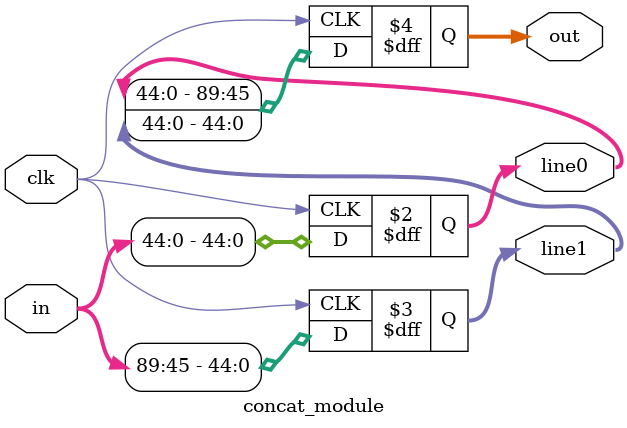
<source format=v>
module concat_module (
    input clk,
    input [89:0] in,
    output reg [44:0] line0,
    output reg [44:0] line1,
    output reg [89:0] out
);

    always @(posedge clk) begin
        line0 <= in[44:0];
        line1 <= in[89:45];
        out <= {line0, line1};
    end

endmodule
</source>
